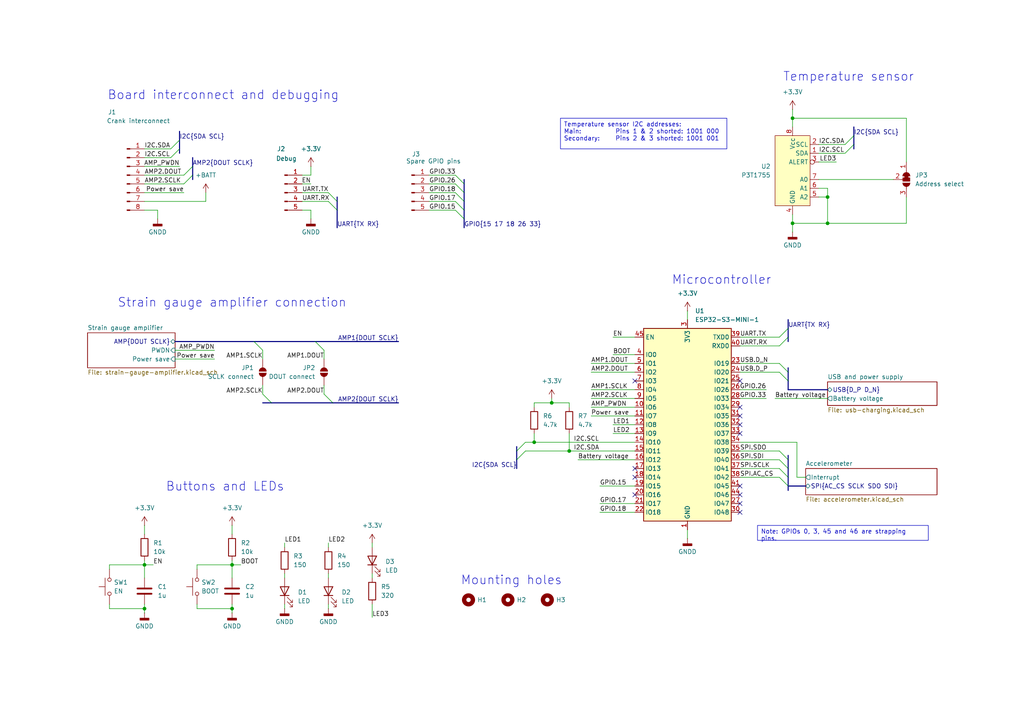
<source format=kicad_sch>
(kicad_sch (version 20231120) (generator "eeschema") (generator_version "8.0")
  (paper "A4")
  (title_block (title "Cycling power meter FYP") (date "2024-07-11") (rev "V1.0.3") (company "Monash Human Power - Jotham Gates & Oscar Varney") (comment 1 "For the secondary crank, set J3 to short pins 2 and 3 and short J1 and J2.") (comment 2 "For the main crank, set J3 to short pins 1 and 2 and leave J1 and J2 open."))
  (lib_symbols
    (symbol "Connector:Conn_01x05_Pin" (pin_names (offset 1.016) hide)
      (property "Reference" "J" (at 0 7.62 0))
      (property "Value" "Conn_01x05_Pin" (at 0 -7.62 0))
      (symbol "Conn_01x05_Pin_1_1"
        (polyline (pts (xy 1.27 -5.08) (xy 0.8636 -5.08)) (stroke (width 0.1524)))
        (polyline (pts (xy 1.27 -2.54) (xy 0.8636 -2.54)) (stroke (width 0.1524)))
        (polyline (pts (xy 1.27 0) (xy 0.8636 0)) (stroke (width 0.1524)))
        (polyline (pts (xy 1.27 2.54) (xy 0.8636 2.54)) (stroke (width 0.1524)))
        (polyline (pts (xy 1.27 5.08) (xy 0.8636 5.08)) (stroke (width 0.1524)))
        (rectangle (start 0.8636 -4.953) (end 0 -5.207) (stroke (width 0.1524)) (fill (type outline)))
        (rectangle (start 0.8636 -2.413) (end 0 -2.667) (stroke (width 0.1524)) (fill (type outline)))
        (rectangle (start 0.8636 0.127) (end 0 -0.127) (stroke (width 0.1524)) (fill (type outline)))
        (rectangle (start 0.8636 2.667) (end 0 2.413) (stroke (width 0.1524)) (fill (type outline)))
        (rectangle (start 0.8636 5.207) (end 0 4.953) (stroke (width 0.1524)) (fill (type outline)))
        (pin passive line (at 5.08 5.08 180) (length 3.81) (name "Pin_1") (number "1"))
        (pin passive line (at 5.08 2.54 180) (length 3.81) (name "Pin_2") (number "2"))
        (pin passive line (at 5.08 0 180) (length 3.81) (name "Pin_3") (number "3"))
        (pin passive line (at 5.08 -2.54 180) (length 3.81) (name "Pin_4") (number "4"))
        (pin passive line (at 5.08 -5.08 180) (length 3.81) (name "Pin_5") (number "5"))
      )
    )
    (symbol "Connector:Conn_01x08_Pin" (pin_names (offset 1.016) hide)
      (property "Reference" "J" (at 0 10.16 0))
      (property "Value" "Conn_01x08_Pin" (at 0 -12.7 0))
      (symbol "Conn_01x08_Pin_1_1"
        (polyline (pts (xy 1.27 -10.16) (xy 0.8636 -10.16)) (stroke (width 0.1524)))
        (polyline (pts (xy 1.27 -7.62) (xy 0.8636 -7.62)) (stroke (width 0.1524)))
        (polyline (pts (xy 1.27 -5.08) (xy 0.8636 -5.08)) (stroke (width 0.1524)))
        (polyline (pts (xy 1.27 -2.54) (xy 0.8636 -2.54)) (stroke (width 0.1524)))
        (polyline (pts (xy 1.27 0) (xy 0.8636 0)) (stroke (width 0.1524)))
        (polyline (pts (xy 1.27 2.54) (xy 0.8636 2.54)) (stroke (width 0.1524)))
        (polyline (pts (xy 1.27 5.08) (xy 0.8636 5.08)) (stroke (width 0.1524)))
        (polyline (pts (xy 1.27 7.62) (xy 0.8636 7.62)) (stroke (width 0.1524)))
        (rectangle (start 0.8636 -10.033) (end 0 -10.287) (stroke (width 0.1524)) (fill (type outline)))
        (rectangle (start 0.8636 -7.493) (end 0 -7.747) (stroke (width 0.1524)) (fill (type outline)))
        (rectangle (start 0.8636 -4.953) (end 0 -5.207) (stroke (width 0.1524)) (fill (type outline)))
        (rectangle (start 0.8636 -2.413) (end 0 -2.667) (stroke (width 0.1524)) (fill (type outline)))
        (rectangle (start 0.8636 0.127) (end 0 -0.127) (stroke (width 0.1524)) (fill (type outline)))
        (rectangle (start 0.8636 2.667) (end 0 2.413) (stroke (width 0.1524)) (fill (type outline)))
        (rectangle (start 0.8636 5.207) (end 0 4.953) (stroke (width 0.1524)) (fill (type outline)))
        (rectangle (start 0.8636 7.747) (end 0 7.493) (stroke (width 0.1524)) (fill (type outline)))
        (pin passive line (at 5.08 7.62 180) (length 3.81) (name "Pin_1") (number "1"))
        (pin passive line (at 5.08 5.08 180) (length 3.81) (name "Pin_2") (number "2"))
        (pin passive line (at 5.08 2.54 180) (length 3.81) (name "Pin_3") (number "3"))
        (pin passive line (at 5.08 0 180) (length 3.81) (name "Pin_4") (number "4"))
        (pin passive line (at 5.08 -2.54 180) (length 3.81) (name "Pin_5") (number "5"))
        (pin passive line (at 5.08 -5.08 180) (length 3.81) (name "Pin_6") (number "6"))
        (pin passive line (at 5.08 -7.62 180) (length 3.81) (name "Pin_7") (number "7"))
        (pin passive line (at 5.08 -10.16 180) (length 3.81) (name "Pin_8") (number "8"))
      )
    )
    (symbol "Custom:P3T1755_Temperature_sensor"
      (property "Reference" "U" (at -3.81 -4.318 0))
      (property "Value" "P3T1755" (at 0.508 -6.35 0))
      (symbol "P3T1755_Temperature_sensor_1_1"
        (rectangle (start 5.08 -1.27) (end 15.24 -21.59) (fill (type background)))
        (pin bidirectional line (at 17.78 -6.35 180) (length 2.54) (name "SDA") (number "1"))
        (pin input line (at 17.78 -3.81 180) (length 2.54) (name "SCL") (number "2"))
        (pin output inverted (at 17.78 -8.89 180) (length 2.54) (name "ALERT") (number "3"))
        (pin power_in line (at 10.16 -24.13 90) (length 2.54) (name "GND") (number "4"))
        (pin input line (at 17.78 -19.05 180) (length 2.54) (name "A2") (number "5"))
        (pin input line (at 17.78 -16.51 180) (length 2.54) (name "A1") (number "6"))
        (pin input line (at 17.78 -13.97 180) (length 2.54) (name "A0") (number "7"))
        (pin power_in line (at 10.16 1.27 270) (length 2.54) (name "Vcc") (number "8"))
      )
    )
    (symbol "Device:C" (pin_numbers hide) (pin_names (offset 0.254))
      (property "Reference" "C" (at 0.635 2.54 0))
      (property "Value" "C" (at 0.635 -2.54 0))
      (symbol "C_0_1"
        (polyline (pts (xy -2.032 -0.762) (xy 2.032 -0.762)) (stroke (width 0.508)))
        (polyline (pts (xy -2.032 0.762) (xy 2.032 0.762)) (stroke (width 0.508)))
      )
      (symbol "C_1_1"
        (pin passive line (at 0 3.81 270) (length 2.794) (name "~") (number "1"))
        (pin passive line (at 0 -3.81 90) (length 2.794) (name "~") (number "2"))
      )
    )
    (symbol "Device:LED" (pin_numbers hide) (pin_names (offset 1.016) hide)
      (property "Reference" "D" (at 0 2.54 0))
      (property "Value" "LED" (at 0 -2.54 0))
      (symbol "LED_0_1"
        (polyline (pts (xy -1.27 -1.27) (xy -1.27 1.27)) (stroke (width 0.254)))
        (polyline (pts (xy -1.27 0) (xy 1.27 0)))
        (polyline (pts (xy 1.27 -1.27) (xy 1.27 1.27) (xy -1.27 0) (xy 1.27 -1.27)) (stroke (width 0.254)))
        (polyline (pts (xy -3.048 -0.762) (xy -4.572 -2.286) (xy -3.81 -2.286) (xy -4.572 -2.286) (xy -4.572 -1.524)))
        (polyline (pts (xy -1.778 -0.762) (xy -3.302 -2.286) (xy -2.54 -2.286) (xy -3.302 -2.286) (xy -3.302 -1.524)))
      )
      (symbol "LED_1_1"
        (pin passive line (at -3.81 0 0) (length 2.54) (name "K") (number "1"))
        (pin passive line (at 3.81 0 180) (length 2.54) (name "A") (number "2"))
      )
    )
    (symbol "Device:R" (pin_numbers hide) (pin_names (offset 0))
      (property "Reference" "R" (at 2.032 0 90))
      (property "Value" "R" (at 0 0 90))
      (symbol "R_0_1"
        (rectangle (start -1.016 -2.54) (end 1.016 2.54) (stroke (width 0.254)))
      )
      (symbol "R_1_1"
        (pin passive line (at 0 3.81 270) (length 1.27) (name "~") (number "1"))
        (pin passive line (at 0 -3.81 90) (length 1.27) (name "~") (number "2"))
      )
    )
    (symbol "Jumper:SolderJumper_2_Open" (pin_numbers hide) (pin_names (offset 0) hide) (exclude_from_sim yes) (in_bom no)
      (property "Reference" "JP" (at 0 2.032 0))
      (property "Value" "SolderJumper_2_Open" (at 0 -2.54 0))
      (symbol "SolderJumper_2_Open_0_1"
        (arc (start -0.254 1.016) (mid -1.2656 0) (end -0.254 -1.016))
        (arc (start -0.254 1.016) (mid -1.2656 0) (end -0.254 -1.016) (fill (type outline)))
        (polyline (pts (xy -0.254 1.016) (xy -0.254 -1.016)))
        (polyline (pts (xy 0.254 1.016) (xy 0.254 -1.016)))
        (arc (start 0.254 -1.016) (mid 1.2656 0) (end 0.254 1.016))
        (arc (start 0.254 -1.016) (mid 1.2656 0) (end 0.254 1.016) (fill (type outline)))
      )
      (symbol "SolderJumper_2_Open_1_1"
        (pin passive line (at -3.81 0 0) (length 2.54) (name "A") (number "1"))
        (pin passive line (at 3.81 0 180) (length 2.54) (name "B") (number "2"))
      )
    )
    (symbol "Jumper:SolderJumper_3_Bridged12" (pin_names (offset 0) hide) (exclude_from_sim yes) (in_bom no)
      (property "Reference" "JP" (at -2.54 -2.54 0))
      (property "Value" "SolderJumper_3_Bridged12" (at 0 2.794 0))
      (symbol "SolderJumper_3_Bridged12_0_1"
        (rectangle (start -1.016 0.508) (end -0.508 -0.508) (fill (type outline)))
        (arc (start -1.016 1.016) (mid -2.0276 0) (end -1.016 -1.016))
        (arc (start -1.016 1.016) (mid -2.0276 0) (end -1.016 -1.016) (fill (type outline)))
        (rectangle (start -0.508 1.016) (end 0.508 -1.016) (fill (type outline)))
        (polyline (pts (xy -2.54 0) (xy -2.032 0)))
        (polyline (pts (xy -1.016 1.016) (xy -1.016 -1.016)))
        (polyline (pts (xy 0 -1.27) (xy 0 -1.016)))
        (polyline (pts (xy 1.016 1.016) (xy 1.016 -1.016)))
        (polyline (pts (xy 2.54 0) (xy 2.032 0)))
        (arc (start 1.016 -1.016) (mid 2.0276 0) (end 1.016 1.016))
        (arc (start 1.016 -1.016) (mid 2.0276 0) (end 1.016 1.016) (fill (type outline)))
      )
      (symbol "SolderJumper_3_Bridged12_1_1"
        (pin passive line (at -5.08 0 0) (length 2.54) (name "A") (number "1"))
        (pin passive line (at 0 -3.81 90) (length 2.54) (name "C") (number "2"))
        (pin passive line (at 5.08 0 180) (length 2.54) (name "B") (number "3"))
      )
    )
    (symbol "Mechanical:MountingHole" (pin_names (offset 1.016)) (exclude_from_sim yes) (in_bom no)
      (property "Reference" "H" (at 0 5.08 0))
      (property "Value" "MountingHole" (at 0 3.175 0))
      (symbol "MountingHole_0_1"
        (circle (center 0 0) (radius 1.27) (stroke (width 1.27)))
      )
    )
    (symbol "RF_Module:ESP32-S3-MINI-1"
      (property "Reference" "U" (at -11.43 29.21 0))
      (property "Value" "ESP32-S3-MINI-1" (at 12.7 29.21 0))
      (symbol "ESP32-S3-MINI-1_0_1"
        (rectangle (start -12.7 27.94) (end 12.7 -27.94) (stroke (width 0.254)) (fill (type background)))
      )
      (symbol "ESP32-S3-MINI-1_1_1"
        (pin power_in line (at 0 -30.48 90) (length 2.54) (name "GND") (number "1"))
        (pin bidirectional line (at -15.24 5.08 0) (length 2.54) (name "IO6") (number "10"))
        (pin bidirectional line (at -15.24 2.54 0) (length 2.54) (name "IO7") (number "11"))
        (pin bidirectional line (at -15.24 0 0) (length 2.54) (name "IO8") (number "12"))
        (pin bidirectional line (at -15.24 -2.54 0) (length 2.54) (name "IO9") (number "13"))
        (pin bidirectional line (at -15.24 -5.08 0) (length 2.54) (name "IO10") (number "14"))
        (pin bidirectional line (at -15.24 -7.62 0) (length 2.54) (name "IO11") (number "15"))
        (pin bidirectional line (at -15.24 -10.16 0) (length 2.54) (name "IO12") (number "16"))
        (pin bidirectional line (at -15.24 -12.7 0) (length 2.54) (name "IO13") (number "17"))
        (pin bidirectional line (at -15.24 -15.24 0) (length 2.54) (name "IO14") (number "18"))
        (pin bidirectional line (at -15.24 -17.78 0) (length 2.54) (name "IO15") (number "19"))
        (pin passive line (at 0 -30.48 90) (length 2.54) hide (name "GND") (number "2"))
        (pin bidirectional line (at -15.24 -20.32 0) (length 2.54) (name "IO16") (number "20"))
        (pin bidirectional line (at -15.24 -22.86 0) (length 2.54) (name "IO17") (number "21"))
        (pin bidirectional line (at -15.24 -25.4 0) (length 2.54) (name "IO18") (number "22"))
        (pin bidirectional line (at 15.24 17.78 180) (length 2.54) (name "IO19") (number "23"))
        (pin bidirectional line (at 15.24 15.24 180) (length 2.54) (name "IO20") (number "24"))
        (pin bidirectional line (at 15.24 12.7 180) (length 2.54) (name "IO21") (number "25"))
        (pin bidirectional line (at 15.24 10.16 180) (length 2.54) (name "IO26") (number "26"))
        (pin bidirectional line (at 15.24 -22.86 180) (length 2.54) (name "IO47") (number "27"))
        (pin bidirectional line (at 15.24 7.62 180) (length 2.54) (name "IO33") (number "28"))
        (pin bidirectional line (at 15.24 5.08 180) (length 2.54) (name "IO34") (number "29"))
        (pin power_in line (at 0 30.48 270) (length 2.54) (name "3V3") (number "3"))
        (pin bidirectional line (at 15.24 -25.4 180) (length 2.54) (name "IO48") (number "30"))
        (pin bidirectional line (at 15.24 2.54 180) (length 2.54) (name "IO35") (number "31"))
        (pin bidirectional line (at 15.24 0 180) (length 2.54) (name "IO36") (number "32"))
        (pin bidirectional line (at 15.24 -2.54 180) (length 2.54) (name "IO37") (number "33"))
        (pin bidirectional line (at 15.24 -5.08 180) (length 2.54) (name "IO38") (number "34"))
        (pin bidirectional line (at 15.24 -7.62 180) (length 2.54) (name "IO39") (number "35"))
        (pin bidirectional line (at 15.24 -10.16 180) (length 2.54) (name "IO40") (number "36"))
        (pin bidirectional line (at 15.24 -12.7 180) (length 2.54) (name "IO41") (number "37"))
        (pin bidirectional line (at 15.24 -15.24 180) (length 2.54) (name "IO42") (number "38"))
        (pin bidirectional line (at 15.24 25.4 180) (length 2.54) (name "TXD0") (number "39"))
        (pin bidirectional line (at -15.24 20.32 0) (length 2.54) (name "IO0") (number "4"))
        (pin bidirectional line (at 15.24 22.86 180) (length 2.54) (name "RXD0") (number "40"))
        (pin bidirectional line (at 15.24 -17.78 180) (length 2.54) (name "IO45") (number "41"))
        (pin passive line (at 0 -30.48 90) (length 2.54) hide (name "GND") (number "42"))
        (pin passive line (at 0 -30.48 90) (length 2.54) hide (name "GND") (number "43"))
        (pin bidirectional line (at 15.24 -20.32 180) (length 2.54) (name "IO46") (number "44"))
        (pin input line (at -15.24 25.4 0) (length 2.54) (name "EN") (number "45"))
        (pin passive line (at 0 -30.48 90) (length 2.54) hide (name "GND") (number "46"))
        (pin passive line (at 0 -30.48 90) (length 2.54) hide (name "GND") (number "47"))
        (pin passive line (at 0 -30.48 90) (length 2.54) hide (name "GND") (number "48"))
        (pin passive line (at 0 -30.48 90) (length 2.54) hide (name "GND") (number "49"))
        (pin bidirectional line (at -15.24 17.78 0) (length 2.54) (name "IO1") (number "5"))
        (pin passive line (at 0 -30.48 90) (length 2.54) hide (name "GND") (number "50"))
        (pin passive line (at 0 -30.48 90) (length 2.54) hide (name "GND") (number "51"))
        (pin passive line (at 0 -30.48 90) (length 2.54) hide (name "GND") (number "52"))
        (pin passive line (at 0 -30.48 90) (length 2.54) hide (name "GND") (number "53"))
        (pin passive line (at 0 -30.48 90) (length 2.54) hide (name "GND") (number "54"))
        (pin passive line (at 0 -30.48 90) (length 2.54) hide (name "GND") (number "55"))
        (pin passive line (at 0 -30.48 90) (length 2.54) hide (name "GND") (number "56"))
        (pin passive line (at 0 -30.48 90) (length 2.54) hide (name "GND") (number "57"))
        (pin passive line (at 0 -30.48 90) (length 2.54) hide (name "GND") (number "58"))
        (pin passive line (at 0 -30.48 90) (length 2.54) hide (name "GND") (number "59"))
        (pin bidirectional line (at -15.24 15.24 0) (length 2.54) (name "IO2") (number "6"))
        (pin passive line (at 0 -30.48 90) (length 2.54) hide (name "GND") (number "60"))
        (pin passive line (at 0 -30.48 90) (length 2.54) hide (name "GND") (number "61"))
        (pin passive line (at 0 -30.48 90) (length 2.54) hide (name "GND") (number "62"))
        (pin passive line (at 0 -30.48 90) (length 2.54) hide (name "GND") (number "63"))
        (pin passive line (at 0 -30.48 90) (length 2.54) hide (name "GND") (number "64"))
        (pin passive line (at 0 -30.48 90) (length 2.54) hide (name "GND") (number "65"))
        (pin bidirectional line (at -15.24 12.7 0) (length 2.54) (name "IO3") (number "7"))
        (pin bidirectional line (at -15.24 10.16 0) (length 2.54) (name "IO4") (number "8"))
        (pin bidirectional line (at -15.24 7.62 0) (length 2.54) (name "IO5") (number "9"))
      )
    )
    (symbol "Switch:SW_Push" (pin_numbers hide) (pin_names (offset 1.016) hide)
      (property "Reference" "SW" (at 1.27 2.54 0))
      (property "Value" "SW_Push" (at 0 -1.524 0))
      (symbol "SW_Push_0_1"
        (circle (center -2.032 0) (radius 0.508))
        (polyline (pts (xy 0 1.27) (xy 0 3.048)))
        (polyline (pts (xy 2.54 1.27) (xy -2.54 1.27)))
        (circle (center 2.032 0) (radius 0.508))
        (pin passive line (at -5.08 0 0) (length 2.54) (name "1") (number "1"))
        (pin passive line (at 5.08 0 180) (length 2.54) (name "2") (number "2"))
      )
    )
    (symbol "power:+3.3V" (power) (pin_numbers hide) (pin_names (offset 0) hide)
      (property "Value" "+3.3V" (at 0 3.556 0))
      (symbol "+3.3V_0_1"
        (polyline (pts (xy -0.762 1.27) (xy 0 2.54)))
        (polyline (pts (xy 0 0) (xy 0 2.54)))
        (polyline (pts (xy 0 2.54) (xy 0.762 1.27)))
      )
      (symbol "+3.3V_1_1"
        (pin power_in line (at 0 0 90) (length 0) (name "~") (number "1"))
      )
    )
    (symbol "power:+BATT" (power) (pin_numbers hide) (pin_names (offset 0) hide)
      (property "Value" "+BATT" (at 0 3.556 0))
      (symbol "+BATT_0_1"
        (polyline (pts (xy -0.762 1.27) (xy 0 2.54)))
        (polyline (pts (xy 0 0) (xy 0 2.54)))
        (polyline (pts (xy 0 2.54) (xy 0.762 1.27)))
      )
      (symbol "+BATT_1_1"
        (pin power_in line (at 0 0 90) (length 0) (name "~") (number "1"))
      )
    )
    (symbol "power:GNDD" (power) (pin_numbers hide) (pin_names (offset 0) hide)
      (property "Value" "GNDD" (at 0 -3.175 0))
      (symbol "GNDD_0_1"
        (rectangle (start -1.27 -1.524) (end 1.27 -2.032) (stroke (width 0.254)) (fill (type outline)))
        (polyline (pts (xy 0 0) (xy 0 -1.524)))
      )
      (symbol "GNDD_1_1"
        (pin power_in line (at 0 0 270) (length 0) (name "~") (number "1"))
      )
    )
  )
  (junction (at 160.02 116.84))
  (junction (at 154.94 128.27))
  (junction (at 240.03 57.15))
  (junction (at 67.31 163.83))
  (junction (at 41.91 176.53))
  (junction (at 67.31 176.53))
  (junction (at 41.91 163.83))
  (junction (at 165.1 130.81))
  (junction (at 229.87 64.77))
  (junction (at 240.03 64.77))
  (junction (at 229.87 34.29))
  (no_connect (at 184.15 110.49))
  (no_connect (at 214.63 118.11))
  (no_connect (at 214.63 123.19))
  (no_connect (at 214.63 110.49))
  (no_connect (at 214.63 125.73))
  (no_connect (at 184.15 138.43))
  (no_connect (at 184.15 143.51))
  (no_connect (at 214.63 148.59))
  (no_connect (at 184.15 135.89))
  (no_connect (at 214.63 140.97))
  (no_connect (at 214.63 146.05))
  (no_connect (at 214.63 143.51))
  (no_connect (at 214.63 120.65))
  (bus_entry (at 226.06 97.79) (size 2.54 -2.54))
  (bus_entry (at 149.86 133.35) (size 2.54 -2.54))
  (bus_entry (at 228.6 135.89) (size -2.54 -2.54))
  (bus_entry (at 226.06 105.41) (size 2.54 2.54))
  (bus_entry (at 52.07 43.18) (size -2.54 2.54))
  (bus_entry (at 228.6 138.43) (size -2.54 -2.54))
  (bus_entry (at 55.88 48.26) (size -2.54 2.54))
  (bus_entry (at 247.65 41.91) (size -2.54 2.54))
  (bus_entry (at 95.25 55.88) (size 2.54 2.54))
  (bus_entry (at 55.88 50.8) (size -2.54 2.54))
  (bus_entry (at 132.08 53.34) (size 2.54 2.54))
  (bus_entry (at 78.74 116.84) (size -2.54 -2.54))
  (bus_entry (at 96.52 116.84) (size -2.54 -2.54))
  (bus_entry (at 228.6 110.49) (size -2.54 -2.54))
  (bus_entry (at 49.53 43.18) (size 2.54 -2.54))
  (bus_entry (at 149.86 130.81) (size 2.54 -2.54))
  (bus_entry (at 228.6 133.35) (size -2.54 -2.54))
  (bus_entry (at 226.06 100.33) (size 2.54 -2.54))
  (bus_entry (at 228.6 140.97) (size -2.54 -2.54))
  (bus_entry (at 93.98 101.6) (size -2.54 -2.54))
  (bus_entry (at 132.08 50.8) (size 2.54 2.54))
  (bus_entry (at 132.08 55.88) (size 2.54 2.54))
  (bus_entry (at 245.11 41.91) (size 2.54 -2.54))
  (bus_entry (at 76.2 101.6) (size -2.54 -2.54))
  (bus_entry (at 132.08 58.42) (size 2.54 2.54))
  (bus_entry (at 95.25 58.42) (size 2.54 2.54))
  (bus_entry (at 132.08 60.96) (size 2.54 2.54))
  (bus (pts (xy 52.07 38.1) (xy 52.07 40.64)))
  (bus (pts (xy 97.79 60.96) (xy 97.79 66.04)))
  (wire (pts (xy 154.94 118.11) (xy 154.94 116.84)))
  (wire (pts (xy 41.91 175.26) (xy 41.91 176.53)))
  (wire (pts (xy 262.89 64.77) (xy 240.03 64.77)))
  (wire (pts (xy 214.63 100.33) (xy 226.06 100.33)))
  (bus (pts (xy 247.65 36.83) (xy 247.65 39.37)))
  (wire (pts (xy 41.91 152.4) (xy 41.91 154.94)))
  (wire (pts (xy 214.63 105.41) (xy 226.06 105.41)))
  (wire (pts (xy 165.1 130.81) (xy 184.15 130.81)))
  (wire (pts (xy 67.31 162.56) (xy 67.31 163.83)))
  (wire (pts (xy 41.91 43.18) (xy 49.53 43.18)))
  (bus (pts (xy 228.6 135.89) (xy 228.6 138.43)))
  (wire (pts (xy 214.63 135.89) (xy 226.06 135.89)))
  (bus (pts (xy 78.74 116.84) (xy 76.2 116.84)))
  (bus (pts (xy 240.03 113.03) (xy 228.6 113.03)))
  (wire (pts (xy 67.31 175.26) (xy 67.31 176.53)))
  (bus (pts (xy 233.68 140.97) (xy 228.6 140.97)))
  (bus (pts (xy 228.6 97.79) (xy 228.6 99.06)))
  (wire (pts (xy 171.45 115.57) (xy 184.15 115.57)))
  (bus (pts (xy 97.79 57.15) (xy 97.79 58.42)))
  (bus (pts (xy 73.66 99.06) (xy 50.8 99.06)))
  (bus (pts (xy 91.44 99.06) (xy 73.66 99.06)))
  (wire (pts (xy 76.2 101.6) (xy 76.2 104.14)))
  (wire (pts (xy 82.55 175.26) (xy 82.55 176.53)))
  (bus (pts (xy 134.62 55.88) (xy 134.62 58.42)))
  (wire (pts (xy 87.63 58.42) (xy 95.25 58.42)))
  (wire (pts (xy 76.2 111.76) (xy 76.2 114.3)))
  (wire (pts (xy 124.46 53.34) (xy 132.08 53.34)))
  (wire (pts (xy 107.95 166.37) (xy 107.95 167.64)))
  (wire (pts (xy 124.46 60.96) (xy 132.08 60.96)))
  (wire (pts (xy 95.25 175.26) (xy 95.25 176.53)))
  (wire (pts (xy 152.4 128.27) (xy 154.94 128.27)))
  (wire (pts (xy 214.63 138.43) (xy 226.06 138.43)))
  (wire (pts (xy 41.91 163.83) (xy 41.91 167.64)))
  (wire (pts (xy 93.98 101.6) (xy 93.98 104.14)))
  (wire (pts (xy 229.87 34.29) (xy 229.87 36.83)))
  (bus (pts (xy 52.07 43.18) (xy 52.07 44.45)))
  (wire (pts (xy 171.45 118.11) (xy 184.15 118.11)))
  (wire (pts (xy 184.15 97.79) (xy 177.8 97.79)))
  (wire (pts (xy 93.98 111.76) (xy 93.98 114.3)))
  (wire (pts (xy 171.45 105.41) (xy 184.15 105.41)))
  (wire (pts (xy 237.49 41.91) (xy 245.11 41.91)))
  (wire (pts (xy 87.63 55.88) (xy 95.25 55.88)))
  (bus (pts (xy 228.6 107.95) (xy 228.6 110.49)))
  (wire (pts (xy 171.45 107.95) (xy 184.15 107.95)))
  (bus (pts (xy 55.88 50.8) (xy 55.88 52.07)))
  (wire (pts (xy 82.55 166.37) (xy 82.55 167.64)))
  (bus (pts (xy 55.88 45.72) (xy 55.88 48.26)))
  (wire (pts (xy 173.99 148.59) (xy 184.15 148.59)))
  (bus (pts (xy 96.52 116.84) (xy 78.74 116.84)))
  (wire (pts (xy 90.17 60.96) (xy 90.17 63.5)))
  (wire (pts (xy 124.46 58.42) (xy 132.08 58.42)))
  (wire (pts (xy 240.03 57.15) (xy 240.03 64.77)))
  (wire (pts (xy 41.91 163.83) (xy 44.45 163.83)))
  (wire (pts (xy 90.17 50.8) (xy 90.17 48.26)))
  (bus (pts (xy 228.6 106.68) (xy 228.6 107.95)))
  (wire (pts (xy 214.63 97.79) (xy 226.06 97.79)))
  (wire (pts (xy 222.25 115.57) (xy 214.63 115.57)))
  (wire (pts (xy 160.02 116.84) (xy 165.1 116.84)))
  (wire (pts (xy 233.68 138.43) (xy 231.14 138.43)))
  (wire (pts (xy 41.91 53.34) (xy 53.34 53.34)))
  (bus (pts (xy 228.6 140.97) (xy 228.6 142.24)))
  (wire (pts (xy 171.45 113.03) (xy 184.15 113.03)))
  (wire (pts (xy 229.87 62.23) (xy 229.87 64.77)))
  (wire (pts (xy 31.75 165.1) (xy 31.75 163.83)))
  (wire (pts (xy 237.49 54.61) (xy 240.03 54.61)))
  (wire (pts (xy 262.89 57.15) (xy 262.89 64.77)))
  (bus (pts (xy 149.86 129.54) (xy 149.86 130.81)))
  (wire (pts (xy 41.91 50.8) (xy 53.34 50.8)))
  (wire (pts (xy 95.25 157.48) (xy 95.25 158.75)))
  (wire (pts (xy 199.39 156.21) (xy 199.39 153.67)))
  (bus (pts (xy 228.6 110.49) (xy 228.6 113.03)))
  (wire (pts (xy 57.15 165.1) (xy 57.15 163.83)))
  (bus (pts (xy 134.62 63.5) (xy 134.62 66.04)))
  (wire (pts (xy 262.89 34.29) (xy 262.89 46.99)))
  (wire (pts (xy 67.31 163.83) (xy 69.85 163.83)))
  (bus (pts (xy 228.6 133.35) (xy 228.6 135.89)))
  (wire (pts (xy 229.87 31.75) (xy 229.87 34.29)))
  (wire (pts (xy 167.64 133.35) (xy 184.15 133.35)))
  (wire (pts (xy 173.99 140.97) (xy 184.15 140.97)))
  (wire (pts (xy 107.95 157.48) (xy 107.95 158.75)))
  (wire (pts (xy 214.63 128.27) (xy 231.14 128.27)))
  (wire (pts (xy 31.75 175.26) (xy 31.75 176.53)))
  (wire (pts (xy 124.46 50.8) (xy 132.08 50.8)))
  (bus (pts (xy 247.65 41.91) (xy 247.65 43.18)))
  (wire (pts (xy 82.55 157.48) (xy 82.55 158.75)))
  (wire (pts (xy 237.49 52.07) (xy 259.08 52.07)))
  (wire (pts (xy 57.15 175.26) (xy 57.15 176.53)))
  (bus (pts (xy 55.88 48.26) (xy 55.88 50.8)))
  (wire (pts (xy 62.23 101.6) (xy 50.8 101.6)))
  (wire (pts (xy 165.1 125.73) (xy 165.1 130.81)))
  (wire (pts (xy 237.49 44.45) (xy 245.11 44.45)))
  (bus (pts (xy 228.6 138.43) (xy 228.6 140.97)))
  (wire (pts (xy 231.14 138.43) (xy 231.14 128.27)))
  (bus (pts (xy 134.62 58.42) (xy 134.62 60.96)))
  (wire (pts (xy 177.8 102.87) (xy 184.15 102.87)))
  (bus (pts (xy 134.62 52.07) (xy 134.62 53.34)))
  (wire (pts (xy 242.57 46.99) (xy 237.49 46.99)))
  (wire (pts (xy 87.63 50.8) (xy 90.17 50.8)))
  (bus (pts (xy 228.6 92.71) (xy 228.6 95.25)))
  (wire (pts (xy 41.91 162.56) (xy 41.91 163.83)))
  (wire (pts (xy 67.31 152.4) (xy 67.31 154.94)))
  (wire (pts (xy 67.31 176.53) (xy 57.15 176.53)))
  (wire (pts (xy 229.87 34.29) (xy 262.89 34.29)))
  (wire (pts (xy 53.34 55.88) (xy 41.91 55.88)))
  (wire (pts (xy 41.91 45.72) (xy 49.53 45.72)))
  (wire (pts (xy 165.1 116.84) (xy 165.1 118.11)))
  (bus (pts (xy 228.6 132.08) (xy 228.6 133.35)))
  (wire (pts (xy 45.72 60.96) (xy 41.91 60.96)))
  (bus (pts (xy 97.79 58.42) (xy 97.79 60.96)))
  (wire (pts (xy 62.23 104.14) (xy 50.8 104.14)))
  (wire (pts (xy 177.8 123.19) (xy 184.15 123.19)))
  (wire (pts (xy 173.99 146.05) (xy 184.15 146.05)))
  (bus (pts (xy 115.57 99.06) (xy 91.44 99.06)))
  (bus (pts (xy 149.86 133.35) (xy 149.86 135.89)))
  (bus (pts (xy 134.62 60.96) (xy 134.62 63.5)))
  (wire (pts (xy 199.39 90.17) (xy 199.39 92.71)))
  (bus (pts (xy 247.65 39.37) (xy 247.65 41.91)))
  (wire (pts (xy 154.94 125.73) (xy 154.94 128.27)))
  (bus (pts (xy 228.6 95.25) (xy 228.6 97.79)))
  (wire (pts (xy 240.03 64.77) (xy 229.87 64.77)))
  (wire (pts (xy 124.46 55.88) (xy 132.08 55.88)))
  (wire (pts (xy 154.94 116.84) (xy 160.02 116.84)))
  (wire (pts (xy 31.75 163.83) (xy 41.91 163.83)))
  (wire (pts (xy 154.94 128.27) (xy 184.15 128.27)))
  (wire (pts (xy 214.63 133.35) (xy 226.06 133.35)))
  (wire (pts (xy 87.63 60.96) (xy 90.17 60.96)))
  (wire (pts (xy 214.63 130.81) (xy 226.06 130.81)))
  (wire (pts (xy 171.45 120.65) (xy 184.15 120.65)))
  (wire (pts (xy 59.69 55.88) (xy 59.69 58.42)))
  (wire (pts (xy 222.25 113.03) (xy 214.63 113.03)))
  (wire (pts (xy 59.69 58.42) (xy 41.91 58.42)))
  (wire (pts (xy 107.95 175.26) (xy 107.95 179.07)))
  (bus (pts (xy 134.62 53.34) (xy 134.62 55.88)))
  (wire (pts (xy 214.63 107.95) (xy 226.06 107.95)))
  (bus (pts (xy 52.07 40.64) (xy 52.07 43.18)))
  (wire (pts (xy 229.87 67.31) (xy 229.87 64.77)))
  (wire (pts (xy 95.25 166.37) (xy 95.25 167.64)))
  (wire (pts (xy 177.8 125.73) (xy 184.15 125.73)))
  (wire (pts (xy 67.31 163.83) (xy 67.31 167.64)))
  (wire (pts (xy 67.31 177.8) (xy 67.31 176.53)))
  (wire (pts (xy 152.4 130.81) (xy 165.1 130.81)))
  (wire (pts (xy 52.07 48.26) (xy 41.91 48.26)))
  (wire (pts (xy 90.17 53.34) (xy 87.63 53.34)))
  (wire (pts (xy 57.15 163.83) (xy 67.31 163.83)))
  (bus (pts (xy 115.57 116.84) (xy 96.52 116.84)))
  (bus (pts (xy 149.86 130.81) (xy 149.86 133.35)))
  (wire (pts (xy 237.49 57.15) (xy 240.03 57.15)))
  (wire (pts (xy 240.03 54.61) (xy 240.03 57.15)))
  (wire (pts (xy 224.79 115.57) (xy 240.03 115.57)))
  (wire (pts (xy 45.72 63.5) (xy 45.72 60.96)))
  (wire (pts (xy 160.02 115.57) (xy 160.02 116.84)))
  (wire (pts (xy 41.91 176.53) (xy 31.75 176.53)))
  (wire (pts (xy 41.91 177.8) (xy 41.91 176.53)))
  (text_box "Note: GPIOs 0, 3, 45 and 46 are strapping pins." (at 219.71 152.4 0) (size 49.53 4.318) (effects (font (size 1.27 1.27)) (justify left top)))
  (text_box "Temperature sensor I2C addresses:\nMain:		Pins 1 & 2 shorted: 1001 000\nSecondary:	Pins 2 & 3 shorted: 1001 001" (at 162.56 34.29 0) (size 48.26 8.89) (effects (font (size 1.27 1.27)) (justify left top)))
  (text "Board interconnect and debugging" (at 64.77 27.686 0) (effects (font (size 2.55 2.55))))
  (text "Buttons and LEDs" (at 65.278 141.224 0) (effects (font (size 2.55 2.55))))
  (text "Strain gauge amplifier connection" (at 67.31 87.884 0) (effects (font (size 2.55 2.55))))
  (text "Microcontroller" (at 209.296 81.28 0) (effects (font (size 2.55 2.55))))
  (text "Mounting holes" (at 148.336 168.402 0) (effects (font (size 2.55 2.55))))
  (text "Temperature sensor" (at 246.126 22.352 0) (effects (font (size 2.55 2.55))))
  (label "BOOT" (at 69.85 163.83 0))
  (label "AMP2{DOUT SCLK}" (at 115.57 116.84 180))
  (label "SPI.SDO" (at 214.63 130.81 0))
  (label "UART{TX RX}" (at 97.79 66.04 0))
  (label "GPIO.33" (at 124.46 50.8 0))
  (label "Power save" (at 171.45 120.65 0))
  (label "LED1" (at 177.8 123.19 0))
  (label "UART.TX" (at 214.63 97.79 0))
  (label "USB.D_N" (at 214.63 105.41 0))
  (label "AMP_PWDN" (at 62.23 101.6 180))
  (label "GPIO.26" (at 222.25 113.03 180))
  (label "SPI.SCLK" (at 214.63 135.89 0))
  (label "LED3" (at 242.57 46.99 180))
  (label "AMP1.SCLK" (at 76.2 104.14 180))
  (label "USB.D_P" (at 214.63 107.95 0))
  (label "AMP2{DOUT SCLK}" (at 55.88 48.26 0))
  (label "AMP2.DOUT" (at 41.91 50.8 0))
  (label "I2C.SDA" (at 166.37 130.81 0))
  (label "LED3" (at 107.95 179.07 0))
  (label "SPI.AC_CS" (at 214.63 138.43 0))
  (label "AMP2.SCLK" (at 76.2 114.3 180))
  (label "GPIO.33" (at 222.25 115.57 180))
  (label "UART{TX RX}" (at 228.6 95.25 0))
  (label "Power save" (at 62.23 104.14 180))
  (label "AMP1.SCLK" (at 171.45 113.03 0))
  (label "UART.TX" (at 87.63 55.88 0))
  (label "I2C{SDA SCL}" (at 149.86 135.89 180))
  (label "GPIO{15 17 18 26 33}" (at 134.62 66.04 0))
  (label "Battery voltage" (at 167.64 133.35 0))
  (label "AMP2.SCLK" (at 41.91 53.34 0))
  (label "GPIO.17" (at 124.46 58.42 0))
  (label "Battery voltage" (at 224.79 115.57 0))
  (label "LED1" (at 82.55 157.48 0))
  (label "AMP2.SCLK" (at 171.45 115.57 0))
  (label "I2C{SDA SCL}" (at 247.65 39.37 0))
  (label "LED2" (at 95.25 157.48 0))
  (label "GPIO.26" (at 124.46 53.34 0))
  (label "I2C.SCL" (at 237.49 44.45 0))
  (label "EN" (at 44.45 163.83 0))
  (label "I2C.SCL" (at 166.37 128.27 0))
  (label "AMP_PWDN" (at 52.07 48.26 180))
  (label "AMP1.DOUT" (at 93.98 104.14 180))
  (label "SPI.SDI" (at 214.63 133.35 0))
  (label "AMP1{DOUT SCLK}" (at 115.57 99.06 180))
  (label "GPIO.17" (at 173.99 146.05 0))
  (label "UART.RX" (at 87.63 58.42 0))
  (label "AMP2.DOUT" (at 171.45 107.95 0))
  (label "GPIO.15" (at 124.46 60.96 0))
  (label "I2C.SCL" (at 41.91 45.72 0))
  (label "BOOT" (at 177.8 102.87 0))
  (label "LED2" (at 177.8 125.73 0))
  (label "I2C.SDA" (at 41.91 43.18 0))
  (label "AMP1.DOUT" (at 171.45 105.41 0))
  (label "AMP2.DOUT" (at 93.98 114.3 180))
  (label "I2C.SDA" (at 237.49 41.91 0))
  (label "I2C{SDA SCL}" (at 52.07 40.64 0))
  (label "GPIO.18" (at 173.99 148.59 0))
  (label "EN" (at 177.8 97.79 0))
  (label "UART.RX" (at 214.63 100.33 0))
  (label "EN" (at 90.17 53.34 180))
  (label "GPIO.18" (at 124.46 55.88 0))
  (label "AMP_PWDN" (at 171.45 118.11 0))
  (label "GPIO.15" (at 173.99 140.97 0))
  (label "Power save" (at 53.34 55.88 180))
  (symbol (lib_id "Connector:Conn_01x05_Pin") (at 119.38 55.88 0) (unit 1)
    (property "Reference" "J3" (at 120.65 44.704 0))
    (property "Value" "Spare GPIO pins" (at 125.73 46.736 0))
    (property "Footprint" "Connector_PinHeader_2.00mm:PinHeader_1x05_P2.00mm_Vertical" (effects (hide yes)))
    (property "Description" "Generic connector, single row, 01x05, script generated" (effects (hide yes)))
    (property "PlaceOnSecondary" "No" (effects (hide yes)))
  )
  (symbol (lib_id "power:GNDD") (at 90.17 63.5 0) (unit 1)
    (property "Reference" "#PWR09" (effects (hide yes)))
    (property "Value" "GNDD" (at 90.17 67.31 0))
    (property "Description" "Power symbol creates a global label with name \"GNDD\" , digital ground" (effects (hide yes)))
  )
  (symbol (lib_id "power:+3.3V") (at 160.02 115.57 0) (unit 1)
    (property "Reference" "#PWR012" (effects (hide yes)))
    (property "Value" "+3.3V" (at 160.02 110.49 0))
    (property "Description" "Power symbol creates a global label with name \"+3.3V\"" (effects (hide yes)))
  )
  (symbol (lib_id "power:+3.3V") (at 41.91 152.4 0) (unit 1)
    (property "Reference" "#PWR01" (effects (hide yes)))
    (property "Value" "+3.3V" (at 41.91 147.32 0))
    (property "Description" "Power symbol creates a global label with name \"+3.3V\"" (effects (hide yes)))
  )
  (symbol (lib_id "Switch:SW_Push") (at 31.75 170.18 90) (unit 1)
    (property "Reference" "SW1" (at 33.02 168.9099 90) (effects (justify right)))
    (property "Value" "EN" (at 33.02 171.4499 90) (effects (justify right)))
    (property "Footprint" "Button_Switch_SMD:SW_Push_1P1T_NO_CK_KMR2" (effects (hide yes)))
    (property "Description" "Push button switch, generic, two pins" (effects (hide yes)))
    (property "PlaceOnSecondary" "No" (effects (hide yes)))
  )
  (symbol (lib_id "power:GNDD") (at 95.25 176.53 0) (unit 1)
    (property "Reference" "#PWR010" (effects (hide yes)))
    (property "Value" "GNDD" (at 95.25 180.34 0))
    (property "Description" "Power symbol creates a global label with name \"GNDD\" , digital ground" (effects (hide yes)))
  )
  (symbol (lib_id "Custom:P3T1755_Temperature_sensor") (at 219.71 38.1 0) (unit 1)
    (property "Reference" "U2" (at 223.52 48.2599 0) (effects (justify right)))
    (property "Value" "P3T1755" (at 223.52 50.7999 0) (effects (justify right)))
    (property "Footprint" "Package_SO:TSSOP-8_3x3mm_P0.65mm" (effects (hide yes)))
    (property "Datasheet" "https://www.nxp.com/docs/en/data-sheet/P3T1755.pdf" (effects (hide yes)))
    (property "Description" "I2S, I3S temperature sensor." (effects (hide yes)))
    (property "PlaceOnSecondary" "Yes" (effects (hide yes)))
  )
  (symbol (lib_id "power:+3.3V") (at 90.17 48.26 0) (unit 1)
    (property "Reference" "#PWR08" (effects (hide yes)))
    (property "Value" "+3.3V" (at 90.17 43.18 0))
    (property "Description" "Power symbol creates a global label with name \"+3.3V\"" (effects (hide yes)))
  )
  (symbol (lib_id "power:+3.3V") (at 229.87 31.75 0) (unit 1)
    (property "Reference" "#PWR015" (effects (hide yes)))
    (property "Value" "+3.3V" (at 229.87 26.67 0))
    (property "Description" "Power symbol creates a global label with name \"+3.3V\"" (effects (hide yes)))
  )
  (symbol (lib_id "Mechanical:MountingHole") (at 135.89 173.99 0) (unit 1) (exclude_from_sim yes) (in_bom no)
    (property "Reference" "H1" (at 138.43 173.9899 0) (effects (justify left)))
    (property "Value" "MountingHole" (effects (hide yes)))
    (property "Footprint" "MountingHole:MountingHole_2.2mm_M2" (effects (hide yes)))
    (property "Description" "Mounting Hole without connection" (effects (hide yes)))
    (property "PlaceOnSecondary" "Yes" (effects (hide yes)))
  )
  (symbol (lib_id "Mechanical:MountingHole") (at 147.32 173.99 0) (unit 1) (exclude_from_sim yes) (in_bom no)
    (property "Reference" "H2" (at 149.86 173.9899 0) (effects (justify left)))
    (property "Value" "MountingHole" (effects (hide yes)))
    (property "Footprint" "MountingHole:MountingHole_2.2mm_M2" (effects (hide yes)))
    (property "Description" "Mounting Hole without connection" (effects (hide yes)))
    (property "PlaceOnSecondary" "Yes" (effects (hide yes)))
  )
  (symbol (lib_id "power:+BATT") (at 59.69 55.88 0) (unit 1)
    (property "Reference" "#PWR04" (effects (hide yes)))
    (property "Value" "+BATT" (at 59.69 50.8 0))
    (property "Description" "Power symbol creates a global label with name \"+BATT\"" (effects (hide yes)))
  )
  (symbol (lib_id "Device:C") (at 41.91 171.45 180) (unit 1)
    (property "Reference" "C1" (at 45.72 170.1799 0) (effects (justify right)))
    (property "Value" "1u" (at 45.72 172.7199 0) (effects (justify right)))
    (property "Footprint" "Capacitor_SMD:C_0603_1608Metric_Pad1.08x0.95mm_HandSolder" (effects (hide yes)))
    (property "Description" "Unpolarized capacitor" (effects (hide yes)))
    (property "PlaceOnSecondary" "No" (effects (hide yes)))
  )
  (symbol (lib_id "power:GNDD") (at 67.31 177.8 0) (unit 1)
    (property "Reference" "#PWR06" (effects (hide yes)))
    (property "Value" "GNDD" (at 67.31 181.61 0))
    (property "Description" "Power symbol creates a global label with name \"GNDD\" , digital ground" (effects (hide yes)))
  )
  (symbol (lib_id "power:+3.3V") (at 107.95 157.48 0) (unit 1)
    (property "Reference" "#PWR011" (effects (hide yes)))
    (property "Value" "+3.3V" (at 107.95 152.4 0))
    (property "Description" "Power symbol creates a global label with name \"+3.3V\"" (effects (hide yes)))
  )
  (symbol (lib_id "Device:R") (at 107.95 171.45 0) (unit 1)
    (property "Reference" "R5" (at 110.49 170.1799 0) (effects (justify left)))
    (property "Value" "320" (at 110.49 172.7199 0) (effects (justify left)))
    (property "Footprint" "Resistor_SMD:R_0603_1608Metric_Pad0.98x0.95mm_HandSolder" (effects (hide yes)))
    (property "Description" "Resistor" (effects (hide yes)))
    (property "PlaceOnSecondary" "Yes" (effects (hide yes)))
  )
  (symbol (lib_id "power:+3.3V") (at 67.31 152.4 0) (unit 1)
    (property "Reference" "#PWR05" (effects (hide yes)))
    (property "Value" "+3.3V" (at 67.31 147.32 0))
    (property "Description" "Power symbol creates a global label with name \"+3.3V\"" (effects (hide yes)))
  )
  (symbol (lib_id "power:GNDD") (at 82.55 176.53 0) (unit 1)
    (property "Reference" "#PWR07" (effects (hide yes)))
    (property "Value" "GNDD" (at 82.55 180.34 0))
    (property "Description" "Power symbol creates a global label with name \"GNDD\" , digital ground" (effects (hide yes)))
  )
  (symbol (lib_id "Connector:Conn_01x08_Pin") (at 36.83 50.8 0) (unit 1)
    (property "Reference" "J1" (at 32.512 32.512 0))
    (property "Value" "Crank interconnect" (at 40.132 35.052 0))
    (property "Footprint" "Connector_JST:JST_PH_S8B-PH-K_1x08_P2.00mm_Horizontal" (effects (hide yes)))
    (property "Description" "Generic connector, single row, 01x08, script generated" (effects (hide yes)))
    (property "PlaceOnSecondary" "Yes" (effects (hide yes)))
  )
  (symbol (lib_id "power:+3.3V") (at 199.39 90.17 0) (unit 1)
    (property "Reference" "#PWR013" (effects (hide yes)))
    (property "Value" "+3.3V" (at 199.39 85.09 0))
    (property "Description" "Power symbol creates a global label with name \"+3.3V\"" (effects (hide yes)))
  )
  (symbol (lib_id "Jumper:SolderJumper_2_Open") (at 76.2 107.95 270) (mirror x) (unit 1) (exclude_from_sim yes) (in_bom no)
    (property "Reference" "JP1" (at 73.66 106.6799 90) (effects (justify right)))
    (property "Value" "SCLK connect" (at 73.66 109.2199 90) (effects (justify right)))
    (property "Footprint" "Jumper:SolderJumper-2_P1.3mm_Open_RoundedPad1.0x1.5mm" (effects (hide yes)))
    (property "Description" "Solder Jumper, 2-pole, open" (effects (hide yes)))
    (property "PlaceOnSecondary" "Yes" (effects (hide yes)))
  )
  (symbol (lib_id "power:GNDD") (at 41.91 177.8 0) (unit 1)
    (property "Reference" "#PWR02" (effects (hide yes)))
    (property "Value" "GNDD" (at 41.91 181.61 0))
    (property "Description" "Power symbol creates a global label with name \"GNDD\" , digital ground" (effects (hide yes)))
  )
  (symbol (lib_id "Device:R") (at 41.91 158.75 0) (unit 1)
    (property "Reference" "R1" (at 44.45 157.4799 0) (effects (justify left)))
    (property "Value" "10k" (at 44.45 160.0199 0) (effects (justify left)))
    (property "Footprint" "Resistor_SMD:R_0603_1608Metric_Pad0.98x0.95mm_HandSolder" (effects (hide yes)))
    (property "Description" "Resistor" (effects (hide yes)))
    (property "PlaceOnSecondary" "No" (effects (hide yes)))
  )
  (symbol (lib_id "Device:R") (at 154.94 121.92 0) (unit 1)
    (property "Reference" "R6" (at 157.48 120.6499 0) (effects (justify left)))
    (property "Value" "4.7k" (at 157.48 123.1899 0) (effects (justify left)))
    (property "Footprint" "Resistor_SMD:R_0603_1608Metric_Pad0.98x0.95mm_HandSolder" (effects (hide yes)))
    (property "Description" "Resistor" (effects (hide yes)))
    (property "PlaceOnSecondary" "No" (effects (hide yes)))
  )
  (symbol (lib_id "Device:R") (at 67.31 158.75 0) (unit 1)
    (property "Reference" "R2" (at 69.85 157.4799 0) (effects (justify left)))
    (property "Value" "10k" (at 69.85 160.0199 0) (effects (justify left)))
    (property "Footprint" "Resistor_SMD:R_0603_1608Metric_Pad0.98x0.95mm_HandSolder" (effects (hide yes)))
    (property "Description" "Resistor" (effects (hide yes)))
    (property "PlaceOnSecondary" "No" (effects (hide yes)))
  )
  (symbol (lib_id "RF_Module:ESP32-S3-MINI-1") (at 199.39 123.19 0) (unit 1)
    (property "Reference" "U1" (at 201.5841 90.17 0) (effects (justify left)))
    (property "Value" "ESP32-S3-MINI-1" (at 201.5841 92.71 0) (effects (justify left)))
    (property "Footprint" "RF_Module:ESP32-S2-MINI-1" (effects (hide yes)))
    (property "Datasheet" "https://www.espressif.com/sites/default/files/documentation/esp32-s3-mini-1_mini-1u_datasheet_en.pdf" (effects (hide yes)))
    (property "Description" "RF Module, ESP32-S3 SoC, Wi-Fi 802.11b/g/n, Bluetooth, BLE, 32-bit, 3.3V, SMD, onboard antenna" (effects (hide yes)))
    (property "PlaceOnSecondary" "No" (effects (hide yes)))
  )
  (symbol (lib_id "Device:R") (at 95.25 162.56 0) (unit 1)
    (property "Reference" "R4" (at 97.79 161.2899 0) (effects (justify left)))
    (property "Value" "150" (at 97.79 163.8299 0) (effects (justify left)))
    (property "Footprint" "Resistor_SMD:R_0603_1608Metric_Pad0.98x0.95mm_HandSolder" (effects (hide yes)))
    (property "Description" "Resistor" (effects (hide yes)))
    (property "PlaceOnSecondary" "No" (effects (hide yes)))
  )
  (symbol (lib_id "Connector:Conn_01x05_Pin") (at 82.55 55.88 0) (unit 1)
    (property "Reference" "J2" (at 81.534 43.18 0))
    (property "Value" "Debug" (at 83.058 45.974 0))
    (property "Footprint" "Connector_PinHeader_2.54mm:PinHeader_1x05_P2.54mm_Vertical" (effects (hide yes)))
    (property "Description" "Generic connector, single row, 01x05, script generated" (effects (hide yes)))
    (property "PlaceOnSecondary" "No" (effects (hide yes)))
  )
  (symbol (lib_id "Jumper:SolderJumper_2_Open") (at 93.98 107.95 270) (mirror x) (unit 1) (exclude_from_sim yes) (in_bom no)
    (property "Reference" "JP2" (at 91.44 106.6799 90) (effects (justify right)))
    (property "Value" "DOUT connect" (at 91.44 109.2199 90) (effects (justify right)))
    (property "Footprint" "Jumper:SolderJumper-2_P1.3mm_Open_RoundedPad1.0x1.5mm" (effects (hide yes)))
    (property "Description" "Solder Jumper, 2-pole, open" (effects (hide yes)))
    (property "PlaceOnSecondary" "Yes" (effects (hide yes)))
  )
  (symbol (lib_id "Switch:SW_Push") (at 57.15 170.18 90) (unit 1)
    (property "Reference" "SW2" (at 58.42 168.9099 90) (effects (justify right)))
    (property "Value" "BOOT" (at 58.42 171.4499 90) (effects (justify right)))
    (property "Footprint" "Button_Switch_SMD:SW_Push_1P1T_NO_CK_KMR2" (effects (hide yes)))
    (property "Description" "Push button switch, generic, two pins" (effects (hide yes)))
    (property "PlaceOnSecondary" "No" (effects (hide yes)))
  )
  (symbol (lib_id "Jumper:SolderJumper_3_Bridged12") (at 262.89 52.07 270) (unit 1) (exclude_from_sim yes) (in_bom no)
    (property "Reference" "JP3" (at 265.43 50.7999 90) (effects (justify left)))
    (property "Value" "Address select" (at 265.43 53.3399 90) (effects (justify left)))
    (property "Footprint" "Jumper:SolderJumper-3_P1.3mm_Open_RoundedPad1.0x1.5mm" (effects (hide yes)))
    (property "Description" "3-pole Solder Jumper, pins 1+2 closed/bridged" (effects (hide yes)))
    (property "PlaceOnSecondary" "Yes" (effects (hide yes)))
  )
  (symbol (lib_id "Device:LED") (at 82.55 171.45 90) (unit 1)
    (property "Reference" "D1" (at 86.36 171.7674 90) (effects (justify right)))
    (property "Value" "LED" (at 86.36 174.3074 90) (effects (justify right)))
    (property "Footprint" "LED_SMD:LED_0603_1608Metric_Pad1.05x0.95mm_HandSolder" (effects (hide yes)))
    (property "Description" "Light emitting diode" (effects (hide yes)))
    (property "PlaceOnSecondary" "No" (effects (hide yes)))
  )
  (symbol (lib_id "Device:LED") (at 95.25 171.45 90) (unit 1)
    (property "Reference" "D2" (at 99.06 171.7674 90) (effects (justify right)))
    (property "Value" "LED" (at 99.06 174.3074 90) (effects (justify right)))
    (property "Footprint" "LED_SMD:LED_0603_1608Metric_Pad1.05x0.95mm_HandSolder" (effects (hide yes)))
    (property "Description" "Light emitting diode" (effects (hide yes)))
    (property "PlaceOnSecondary" "No" (effects (hide yes)))
  )
  (symbol (lib_id "power:GNDD") (at 229.87 67.31 0) (unit 1)
    (property "Reference" "#PWR016" (effects (hide yes)))
    (property "Value" "GNDD" (at 229.87 71.12 0))
    (property "Description" "Power symbol creates a global label with name \"GNDD\" , digital ground" (effects (hide yes)))
  )
  (symbol (lib_id "Device:R") (at 82.55 162.56 0) (unit 1)
    (property "Reference" "R3" (at 85.09 161.2899 0) (effects (justify left)))
    (property "Value" "150" (at 85.09 163.8299 0) (effects (justify left)))
    (property "Footprint" "Resistor_SMD:R_0603_1608Metric_Pad0.98x0.95mm_HandSolder" (effects (hide yes)))
    (property "Description" "Resistor" (effects (hide yes)))
    (property "PlaceOnSecondary" "No" (effects (hide yes)))
  )
  (symbol (lib_id "Device:LED") (at 107.95 162.56 90) (unit 1)
    (property "Reference" "D3" (at 111.76 162.8774 90) (effects (justify right)))
    (property "Value" "LED" (at 111.76 165.4174 90) (effects (justify right)))
    (property "Footprint" "LED_SMD:LED_0603_1608Metric_Pad1.05x0.95mm_HandSolder" (effects (hide yes)))
    (property "Description" "Light emitting diode" (effects (hide yes)))
    (property "PlaceOnSecondary" "Yes" (effects (hide yes)))
  )
  (symbol (lib_id "Device:R") (at 165.1 121.92 0) (unit 1)
    (property "Reference" "R7" (at 167.64 120.6499 0) (effects (justify left)))
    (property "Value" "4.7k" (at 167.64 123.1899 0) (effects (justify left)))
    (property "Footprint" "Resistor_SMD:R_0603_1608Metric_Pad0.98x0.95mm_HandSolder" (effects (hide yes)))
    (property "Description" "Resistor" (effects (hide yes)))
    (property "PlaceOnSecondary" "No" (effects (hide yes)))
  )
  (symbol (lib_id "Device:C") (at 67.31 171.45 180) (unit 1)
    (property "Reference" "C2" (at 71.12 170.1799 0) (effects (justify right)))
    (property "Value" "1u" (at 71.12 172.7199 0) (effects (justify right)))
    (property "Footprint" "Capacitor_SMD:C_0603_1608Metric_Pad1.08x0.95mm_HandSolder" (effects (hide yes)))
    (property "Description" "Unpolarized capacitor" (effects (hide yes)))
    (property "PlaceOnSecondary" "No" (effects (hide yes)))
  )
  (symbol (lib_id "Mechanical:MountingHole") (at 158.75 173.99 0) (unit 1) (exclude_from_sim yes) (in_bom no)
    (property "Reference" "H3" (at 161.29 173.9899 0) (effects (justify left)))
    (property "Value" "MountingHole" (effects (hide yes)))
    (property "Footprint" "MountingHole:MountingHole_2.2mm_M2" (effects (hide yes)))
    (property "Description" "Mounting Hole without connection" (effects (hide yes)))
    (property "PlaceOnSecondary" "Yes" (effects (hide yes)))
  )
  (symbol (lib_id "power:GNDD") (at 199.39 156.21 0) (unit 1)
    (property "Reference" "#PWR014" (effects (hide yes)))
    (property "Value" "GNDD" (at 199.39 160.02 0))
    (property "Description" "Power symbol creates a global label with name \"GNDD\" , digital ground" (effects (hide yes)))
  )
  (symbol (lib_id "power:GNDD") (at 45.72 63.5 0) (unit 1)
    (property "Reference" "#PWR03" (effects (hide yes)))
    (property "Value" "GNDD" (at 45.72 67.31 0))
    (property "Description" "Power symbol creates a global label with name \"GNDD\" , digital ground" (effects (hide yes)))
  )
  (sheet (at 233.68 135.89) (size 38.1 7.62) (stroke (width 0.1524))
    (property "Sheetname" "Accelerometer" (at 233.68 135.1784 0) (effects (justify left bottom)))
    (property "Sheetfile" "accelerometer.kicad_sch" (at 233.68 144.0946 0) (effects (justify left top)))
    (pin "Interrupt" output (at 233.68 138.43 180))
    (pin "SPI{AC_CS SCLK SDO SDI}" bidirectional (at 233.68 140.97 180))
  )
  (sheet (at 240.03 110.744) (size 31.75 6.858) (stroke (width 0.1524))
    (property "Sheetname" "USB and power supply" (at 240.03 110.0324 0) (effects (justify left bottom)))
    (property "Sheetfile" "usb-charging.kicad_sch" (at 240.03 118.1866 0) (effects (justify left top)))
    (pin "USB{D_P D_N}" bidirectional (at 240.03 113.03 180))
    (pin "Battery voltage" output (at 240.03 115.57 180))
  )
  (sheet (at 25.4 96.52) (size 25.4 10.16) (stroke (width 0.1524))
    (property "Sheetname" "Strain gauge amplifier" (at 25.4 95.8084 0) (effects (justify left bottom)))
    (property "Sheetfile" "strain-gauge-amplifier.kicad_sch" (at 25.4 107.2646 0) (effects (justify left top)))
    (pin "AMP{DOUT SCLK}" bidirectional (at 50.8 99.06 0))
    (pin "PWDN" input (at 50.8 101.6 0))
    (pin "Power save" input (at 50.8 104.14 0))
  )
)
</source>
